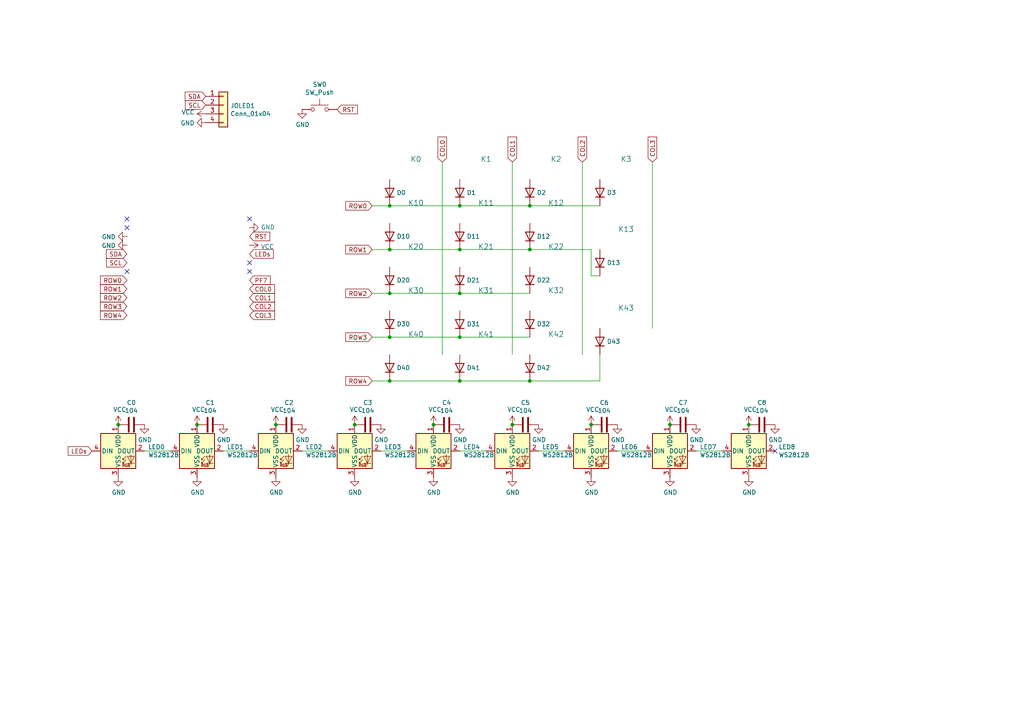
<source format=kicad_sch>
(kicad_sch (version 20231120) (generator "eeschema") (generator_version "8.0")
  (paper "A4")
  (title_block (title "SCEPad") (date "2019-04-28") (rev "2.1") (company "Hunter Melton"))
  (lib_symbols
    (symbol "Connector_Generic:Conn_01x04" (pin_names (offset 1.016) hide)
      (property "Reference" "J" (at 0 5.08 0))
      (property "Value" "Conn_01x04" (at 0 -7.62 0))
      (symbol "Conn_01x04_1_1"
        (rectangle (start -1.27 -4.953) (end 0 -5.207) (stroke (width 0.1524)))
        (rectangle (start -1.27 -2.413) (end 0 -2.667) (stroke (width 0.1524)))
        (rectangle (start -1.27 0.127) (end 0 -0.127) (stroke (width 0.1524)))
        (rectangle (start -1.27 2.667) (end 0 2.413) (stroke (width 0.1524)))
        (rectangle (start -1.27 3.81) (end 1.27 -6.35) (stroke (width 0.254)) (fill (type background)))
        (pin passive line (at -5.08 2.54 0) (length 3.81) (name "Pin_1") (number "1"))
        (pin passive line (at -5.08 0 0) (length 3.81) (name "Pin_2") (number "2"))
        (pin passive line (at -5.08 -2.54 0) (length 3.81) (name "Pin_3") (number "3"))
        (pin passive line (at -5.08 -5.08 0) (length 3.81) (name "Pin_4") (number "4"))
      )
    )
    (symbol "Device:C" (pin_numbers hide) (pin_names (offset 0.254))
      (property "Reference" "C" (at 0.635 2.54 0))
      (property "Value" "C" (at 0.635 -2.54 0))
      (symbol "C_0_1"
        (polyline (pts (xy -2.032 -0.762) (xy 2.032 -0.762)) (stroke (width 0.508)))
        (polyline (pts (xy -2.032 0.762) (xy 2.032 0.762)) (stroke (width 0.508)))
      )
      (symbol "C_1_1"
        (pin passive line (at 0 3.81 270) (length 2.794) (name "~") (number "1"))
        (pin passive line (at 0 -3.81 90) (length 2.794) (name "~") (number "2"))
      )
    )
    (symbol "Device:D" (pin_numbers hide) (pin_names (offset 1.016) hide)
      (property "Reference" "D" (at 0 2.54 0))
      (property "Value" "D" (at 0 -2.54 0))
      (symbol "D_0_1"
        (polyline (pts (xy -1.27 1.27) (xy -1.27 -1.27)) (stroke (width 0.254)))
        (polyline (pts (xy 1.27 0) (xy -1.27 0)))
        (polyline (pts (xy 1.27 1.27) (xy 1.27 -1.27) (xy -1.27 0) (xy 1.27 1.27)) (stroke (width 0.254)))
      )
      (symbol "D_1_1"
        (pin passive line (at -3.81 0 0) (length 2.54) (name "K") (number "1"))
        (pin passive line (at 3.81 0 180) (length 2.54) (name "A") (number "2"))
      )
    )
    (symbol "LED:WS2812B" (pin_names (offset 0.254))
      (property "Reference" "D" (at 5.08 5.715 0))
      (property "Value" "WS2812B" (at 1.27 -5.715 0))
      (symbol "WS2812B_0_0"
        (text "RGB" (at 2.286 -4.191 0) (effects (font (size 0.762 0.762))))
      )
      (symbol "WS2812B_0_1"
        (polyline (pts (xy 1.27 -3.556) (xy 1.778 -3.556)))
        (polyline (pts (xy 1.27 -2.54) (xy 1.778 -2.54)))
        (polyline (pts (xy 4.699 -3.556) (xy 2.667 -3.556)))
        (polyline (pts (xy 2.286 -2.54) (xy 1.27 -3.556) (xy 1.27 -3.048)))
        (polyline (pts (xy 2.286 -1.524) (xy 1.27 -2.54) (xy 1.27 -2.032)))
        (polyline (pts (xy 3.683 -1.016) (xy 3.683 -3.556) (xy 3.683 -4.064)))
        (polyline (pts (xy 4.699 -1.524) (xy 2.667 -1.524) (xy 3.683 -3.556) (xy 4.699 -1.524)))
        (rectangle (start 5.08 5.08) (end -5.08 -5.08) (stroke (width 0.254)) (fill (type background)))
      )
      (symbol "WS2812B_1_1"
        (pin power_in line (at 0 7.62 270) (length 2.54) (name "VDD") (number "1"))
        (pin output line (at 7.62 0 180) (length 2.54) (name "DOUT") (number "2"))
        (pin power_in line (at 0 -7.62 90) (length 2.54) (name "VSS") (number "3"))
        (pin input line (at -7.62 0 0) (length 2.54) (name "DIN") (number "4"))
      )
    )
    (symbol "Switch:SW_Push" (pin_numbers hide) (pin_names (offset 1.016) hide)
      (property "Reference" "SW" (at 1.27 2.54 0))
      (property "Value" "SW_Push" (at 0 -1.524 0))
      (symbol "SW_Push_0_1"
        (circle (center -2.032 0) (radius 0.508))
        (polyline (pts (xy 0 1.27) (xy 0 3.048)))
        (polyline (pts (xy 2.54 1.27) (xy -2.54 1.27)))
        (circle (center 2.032 0) (radius 0.508))
        (pin passive line (at -5.08 0 0) (length 2.54) (name "1") (number "1"))
        (pin passive line (at 5.08 0 180) (length 2.54) (name "2") (number "2"))
      )
    )
    (symbol "power:GND" (power) (pin_numbers hide) (pin_names (offset 0) hide)
      (property "Value" "GND" (at 0 -3.81 0))
      (symbol "GND_0_1"
        (polyline (pts (xy 0 0) (xy 0 -1.27) (xy 1.27 -1.27) (xy 0 -2.54) (xy -1.27 -1.27) (xy 0 -1.27)))
      )
      (symbol "GND_1_1"
        (pin power_in line (at 0 0 270) (length 0) (name "~") (number "1"))
      )
    )
    (symbol "power:VCC" (power) (pin_numbers hide) (pin_names (offset 0) hide)
      (property "Value" "VCC" (at 0 3.556 0))
      (symbol "VCC_0_1"
        (polyline (pts (xy -0.762 1.27) (xy 0 2.54)))
        (polyline (pts (xy 0 0) (xy 0 2.54)))
        (polyline (pts (xy 0 2.54) (xy 0.762 1.27)))
      )
      (symbol "VCC_1_1"
        (pin power_in line (at 0 0 90) (length 0) (name "~") (number "1"))
      )
    )
  )
  (junction (at 80.01 123.19))
  (junction (at 113.03 72.39))
  (junction (at 113.03 85.09))
  (junction (at 113.03 59.69))
  (junction (at 133.35 97.79))
  (junction (at 153.67 59.69))
  (junction (at 133.35 85.09))
  (junction (at 153.67 72.39))
  (junction (at 153.67 110.49))
  (junction (at 133.35 72.39))
  (junction (at 125.73 123.19))
  (junction (at 194.31 123.19))
  (junction (at 217.17 123.19))
  (junction (at 34.29 123.19))
  (junction (at 171.45 123.19))
  (junction (at 148.59 123.19))
  (junction (at 57.15 123.19))
  (junction (at 133.35 110.49))
  (junction (at 113.03 97.79))
  (junction (at 113.03 110.49))
  (junction (at 102.87 123.19))
  (junction (at 133.35 59.69))
  (no_connect (at 72.39 78.74))
  (no_connect (at 36.83 78.74))
  (no_connect (at 224.79 130.81))
  (no_connect (at 72.39 76.2))
  (no_connect (at 36.83 63.5))
  (no_connect (at 72.39 63.5))
  (no_connect (at 36.83 66.04))
  (wire (pts (xy 168.91 46.99) (xy 168.91 102.87)))
  (wire (pts (xy 133.35 97.79) (xy 153.67 97.79)))
  (wire (pts (xy 107.95 85.09) (xy 113.03 85.09)))
  (wire (pts (xy 87.63 130.81) (xy 95.25 130.81)))
  (wire (pts (xy 133.35 85.09) (xy 153.67 85.09)))
  (wire (pts (xy 153.67 59.69) (xy 173.99 59.69)))
  (wire (pts (xy 179.07 130.81) (xy 186.69 130.81)))
  (wire (pts (xy 133.35 72.39) (xy 153.67 72.39)))
  (wire (pts (xy 113.03 59.69) (xy 133.35 59.69)))
  (wire (pts (xy 171.45 72.39) (xy 171.45 80.01)))
  (wire (pts (xy 171.45 80.01) (xy 173.99 80.01)))
  (wire (pts (xy 201.93 130.81) (xy 209.55 130.81)))
  (wire (pts (xy 110.49 130.81) (xy 118.11 130.81)))
  (wire (pts (xy 107.95 72.39) (xy 113.03 72.39)))
  (wire (pts (xy 113.03 110.49) (xy 133.35 110.49)))
  (wire (pts (xy 113.03 97.79) (xy 133.35 97.79)))
  (wire (pts (xy 107.95 110.49) (xy 113.03 110.49)))
  (wire (pts (xy 133.35 59.69) (xy 153.67 59.69)))
  (wire (pts (xy 148.59 46.99) (xy 148.59 102.87)))
  (wire (pts (xy 133.35 110.49) (xy 153.67 110.49)))
  (wire (pts (xy 189.23 46.99) (xy 189.23 95.25)))
  (wire (pts (xy 113.03 72.39) (xy 133.35 72.39)))
  (wire (pts (xy 153.67 110.49) (xy 173.99 110.49)))
  (wire (pts (xy 156.21 130.81) (xy 163.83 130.81)))
  (wire (pts (xy 153.67 72.39) (xy 171.45 72.39)))
  (wire (pts (xy 173.99 110.49) (xy 173.99 102.87)))
  (wire (pts (xy 133.35 130.81) (xy 140.97 130.81)))
  (wire (pts (xy 41.91 130.81) (xy 49.53 130.81)))
  (wire (pts (xy 128.27 46.99) (xy 128.27 102.87)))
  (wire (pts (xy 107.95 59.69) (xy 113.03 59.69)))
  (wire (pts (xy 113.03 85.09) (xy 133.35 85.09)))
  (wire (pts (xy 107.95 97.79) (xy 113.03 97.79)))
  (wire (pts (xy 64.77 130.81) (xy 72.39 130.81)))
  (global_label "COL0" (shape input) (at 128.27 46.99 90) (property "Intersheetrefs" "${INTERSHEET_REFS}" (effects (hide yes))))
  (global_label "ROW0" (shape input) (at 107.95 59.69 180) (property "Intersheetrefs" "${INTERSHEET_REFS}" (effects (hide yes))))
  (global_label "ROW2" (shape input) (at 107.95 85.09 180) (property "Intersheetrefs" "${INTERSHEET_REFS}" (effects (hide yes))))
  (global_label "ROW3" (shape input) (at 36.83 88.9 180) (property "Intersheetrefs" "${INTERSHEET_REFS}" (effects (hide yes))))
  (global_label "ROW4" (shape input) (at 36.83 91.44 180) (property "Intersheetrefs" "${INTERSHEET_REFS}" (effects (hide yes))))
  (global_label "SDA" (shape input) (at 36.83 73.66 180) (property "Intersheetrefs" "${INTERSHEET_REFS}" (effects (hide yes))))
  (global_label "RST" (shape input) (at 72.39 68.58 0) (property "Intersheetrefs" "${INTERSHEET_REFS}" (effects (hide yes))))
  (global_label "LEDs" (shape input) (at 26.67 130.81 180) (property "Intersheetrefs" "${INTERSHEET_REFS}" (effects (hide yes))))
  (global_label "COL2" (shape input) (at 72.39 88.9 0) (property "Intersheetrefs" "${INTERSHEET_REFS}" (effects (hide yes))))
  (global_label "SCL" (shape input) (at 36.83 76.2 180) (property "Intersheetrefs" "${INTERSHEET_REFS}" (effects (hide yes))))
  (global_label "COL3" (shape input) (at 189.23 46.99 90) (property "Intersheetrefs" "${INTERSHEET_REFS}" (effects (hide yes))))
  (global_label "ROW0" (shape input) (at 36.83 81.28 180) (property "Intersheetrefs" "${INTERSHEET_REFS}" (effects (hide yes))))
  (global_label "COL1" (shape input) (at 72.39 86.36 0) (property "Intersheetrefs" "${INTERSHEET_REFS}" (effects (hide yes))))
  (global_label "SDA" (shape input) (at 59.69 27.94 180) (property "Intersheetrefs" "${INTERSHEET_REFS}" (effects (hide yes))))
  (global_label "ROW1" (shape input) (at 107.95 72.39 180) (property "Intersheetrefs" "${INTERSHEET_REFS}" (effects (hide yes))))
  (global_label "PF7" (shape input) (at 72.39 81.28 0) (property "Intersheetrefs" "${INTERSHEET_REFS}" (effects (hide yes))))
  (global_label "ROW1" (shape input) (at 36.83 83.82 180) (property "Intersheetrefs" "${INTERSHEET_REFS}" (effects (hide yes))))
  (global_label "ROW4" (shape input) (at 107.95 110.49 180) (property "Intersheetrefs" "${INTERSHEET_REFS}" (effects (hide yes))))
  (global_label "ROW2" (shape input) (at 36.83 86.36 180) (property "Intersheetrefs" "${INTERSHEET_REFS}" (effects (hide yes))))
  (global_label "LEDs" (shape input) (at 72.39 73.66 0) (property "Intersheetrefs" "${INTERSHEET_REFS}" (effects (hide yes))))
  (global_label "COL2" (shape input) (at 168.91 46.99 90) (property "Intersheetrefs" "${INTERSHEET_REFS}" (effects (hide yes))))
  (global_label "COL0" (shape input) (at 72.39 83.82 0) (property "Intersheetrefs" "${INTERSHEET_REFS}" (effects (hide yes))))
  (global_label "RST" (shape input) (at 97.79 31.75 0) (property "Intersheetrefs" "${INTERSHEET_REFS}" (effects (hide yes))))
  (global_label "COL3" (shape input) (at 72.39 91.44 0) (property "Intersheetrefs" "${INTERSHEET_REFS}" (effects (hide yes))))
  (global_label "COL1" (shape input) (at 148.59 46.99 90) (property "Intersheetrefs" "${INTERSHEET_REFS}" (effects (hide yes))))
  (global_label "SCL" (shape input) (at 59.69 30.48 180) (property "Intersheetrefs" "${INTERSHEET_REFS}" (effects (hide yes))))
  (global_label "ROW3" (shape input) (at 107.95 97.79 180) (property "Intersheetrefs" "${INTERSHEET_REFS}" (effects (hide yes))))
  (symbol (lib_id "yampad_v2-rescue:ProMicro-keebio") (at 54.61 77.47 0) (unit 1)
    (property "Reference" "U0" (at 54.61 56.2102 0) (effects (font (size 1.524 1.524))))
    (property "Value" "ProMicro" (at 54.61 58.9026 0) (effects (font (size 1.524 1.524))))
    (property "Footprint" "Keebio-Parts:ArduinoProMicro" (effects (hide yes)))
  )
  (symbol (lib_id "yampad_v2-rescue:KEYSW-canadian_parts") (at 120.65 52.07 0) (unit 1)
    (property "Reference" "K0" (at 120.65 46.1518 0) (effects (font (size 1.524 1.524))))
    (property "Value" "KEYSW" (effects (hide yes)))
    (property "Footprint" "kailh-pcb-sockets:Kailh-PCB-Socket-1U-Cutout" (effects (hide yes)))
  )
  (symbol (lib_id "Device:D") (at 113.03 55.88 90) (unit 1)
    (property "Reference" "D0" (at 115.0366 55.88 90) (effects (justify right)))
    (property "Value" "D" (effects (hide yes)))
    (property "Footprint" "canadian_footprints:D_SOD123_axial-dual" (effects (hide yes)))
  )
  (symbol (lib_id "yampad_v2-rescue:KEYSW-canadian_parts") (at 140.97 52.07 0) (unit 1)
    (property "Reference" "K1" (at 140.97 46.1518 0) (effects (font (size 1.524 1.524))))
    (property "Value" "KEYSW" (effects (hide yes)))
    (property "Footprint" "kailh-pcb-sockets:Kailh-PCB-Socket-1U-Cutout" (effects (hide yes)))
  )
  (symbol (lib_id "Device:D") (at 133.35 55.88 90) (unit 1)
    (property "Reference" "D1" (at 135.3566 55.88 90) (effects (justify right)))
    (property "Value" "D" (effects (hide yes)))
    (property "Footprint" "canadian_footprints:D_SOD123_axial-dual" (effects (hide yes)))
  )
  (symbol (lib_id "yampad_v2-rescue:KEYSW-canadian_parts") (at 161.29 52.07 0) (unit 1)
    (property "Reference" "K2" (at 161.29 46.1518 0) (effects (font (size 1.524 1.524))))
    (property "Value" "KEYSW" (effects (hide yes)))
    (property "Footprint" "kailh-pcb-sockets:Kailh-PCB-Socket-1U-Cutout" (effects (hide yes)))
  )
  (symbol (lib_id "Device:D") (at 153.67 55.88 90) (unit 1)
    (property "Reference" "D2" (at 155.6766 55.88 90) (effects (justify right)))
    (property "Value" "D" (effects (hide yes)))
    (property "Footprint" "canadian_footprints:D_SOD123_axial-dual" (effects (hide yes)))
  )
  (symbol (lib_id "yampad_v2-rescue:KEYSW-canadian_parts") (at 181.61 52.07 0) (unit 1)
    (property "Reference" "K3" (at 181.61 46.1518 0) (effects (font (size 1.524 1.524))))
    (property "Value" "KEYSW" (effects (hide yes)))
    (property "Footprint" "kailh-pcb-sockets:Kailh-PCB-Socket-1U-Cutout" (effects (hide yes)))
  )
  (symbol (lib_id "Device:D") (at 173.99 55.88 90) (unit 1)
    (property "Reference" "D3" (at 175.9966 55.88 90) (effects (justify right)))
    (property "Value" "D" (effects (hide yes)))
    (property "Footprint" "canadian_footprints:D_SOD123_axial-dual" (effects (hide yes)))
  )
  (symbol (lib_id "yampad_v2-rescue:KEYSW-canadian_parts") (at 120.65 64.77 0) (unit 1)
    (property "Reference" "K10" (at 120.65 58.8518 0) (effects (font (size 1.524 1.524))))
    (property "Value" "KEYSW" (effects (hide yes)))
    (property "Footprint" "kailh-pcb-sockets:Kailh-PCB-Socket-1U-Cutout" (effects (hide yes)))
  )
  (symbol (lib_id "Device:D") (at 113.03 68.58 90) (unit 1)
    (property "Reference" "D10" (at 115.0366 68.58 90) (effects (justify right)))
    (property "Value" "D" (effects (hide yes)))
    (property "Footprint" "canadian_footprints:D_SOD123_axial-dual" (effects (hide yes)))
  )
  (symbol (lib_id "yampad_v2-rescue:KEYSW-canadian_parts") (at 140.97 64.77 0) (unit 1)
    (property "Reference" "K11" (at 140.97 58.8518 0) (effects (font (size 1.524 1.524))))
    (property "Value" "KEYSW" (effects (hide yes)))
    (property "Footprint" "kailh-pcb-sockets:Kailh-PCB-Socket-1U-Cutout" (effects (hide yes)))
  )
  (symbol (lib_id "Device:D") (at 133.35 68.58 90) (unit 1)
    (property "Reference" "D11" (at 135.3566 68.58 90) (effects (justify right)))
    (property "Value" "D" (effects (hide yes)))
    (property "Footprint" "canadian_footprints:D_SOD123_axial-dual" (effects (hide yes)))
  )
  (symbol (lib_id "yampad_v2-rescue:KEYSW-canadian_parts") (at 161.29 64.77 0) (unit 1)
    (property "Reference" "K12" (at 161.29 58.8518 0) (effects (font (size 1.524 1.524))))
    (property "Value" "KEYSW" (effects (hide yes)))
    (property "Footprint" "kailh-pcb-sockets:Kailh-PCB-Socket-1U-Cutout" (effects (hide yes)))
  )
  (symbol (lib_id "Device:D") (at 153.67 68.58 90) (unit 1)
    (property "Reference" "D12" (at 155.6766 68.58 90) (effects (justify right)))
    (property "Value" "D" (effects (hide yes)))
    (property "Footprint" "canadian_footprints:D_SOD123_axial-dual" (effects (hide yes)))
  )
  (symbol (lib_id "yampad_v2-rescue:KEYSW-canadian_parts") (at 181.61 72.39 0) (unit 1)
    (property "Reference" "K13" (at 181.61 66.4718 0) (effects (font (size 1.524 1.524))))
    (property "Value" "KEYSW" (effects (hide yes)))
    (property "Footprint" "kailh-pcb-sockets:Kailh-PCB-Socket-1U-Cutout" (effects (hide yes)))
  )
  (symbol (lib_id "Device:D") (at 173.99 76.2 90) (unit 1)
    (property "Reference" "D13" (at 175.9966 76.2 90) (effects (justify right)))
    (property "Value" "D" (effects (hide yes)))
    (property "Footprint" "canadian_footprints:D_SOD123_axial-dual" (effects (hide yes)))
  )
  (symbol (lib_id "yampad_v2-rescue:KEYSW-canadian_parts") (at 120.65 77.47 0) (unit 1)
    (property "Reference" "K20" (at 120.65 71.5518 0) (effects (font (size 1.524 1.524))))
    (property "Value" "KEYSW" (effects (hide yes)))
    (property "Footprint" "kailh-pcb-sockets:Kailh-PCB-Socket-1U-Cutout" (effects (hide yes)))
  )
  (symbol (lib_id "Device:D") (at 113.03 81.28 90) (unit 1)
    (property "Reference" "D20" (at 115.0366 81.28 90) (effects (justify right)))
    (property "Value" "D" (effects (hide yes)))
    (property "Footprint" "canadian_footprints:D_SOD123_axial-dual" (effects (hide yes)))
  )
  (symbol (lib_id "yampad_v2-rescue:KEYSW-canadian_parts") (at 140.97 77.47 0) (unit 1)
    (property "Reference" "K21" (at 140.97 71.5518 0) (effects (font (size 1.524 1.524))))
    (property "Value" "KEYSW" (effects (hide yes)))
    (property "Footprint" "kailh-pcb-sockets:Kailh-PCB-Socket-1U-Cutout" (effects (hide yes)))
  )
  (symbol (lib_id "Device:D") (at 133.35 81.28 90) (unit 1)
    (property "Reference" "D21" (at 135.3566 81.28 90) (effects (justify right)))
    (property "Value" "D" (effects (hide yes)))
    (property "Footprint" "canadian_footprints:D_SOD123_axial-dual" (effects (hide yes)))
  )
  (symbol (lib_id "yampad_v2-rescue:KEYSW-canadian_parts") (at 161.29 77.47 0) (unit 1)
    (property "Reference" "K22" (at 161.29 71.5518 0) (effects (font (size 1.524 1.524))))
    (property "Value" "KEYSW" (effects (hide yes)))
    (property "Footprint" "kailh-pcb-sockets:Kailh-PCB-Socket-1U-Cutout" (effects (hide yes)))
  )
  (symbol (lib_id "Device:D") (at 153.67 81.28 90) (unit 1)
    (property "Reference" "D22" (at 155.6766 81.28 90) (effects (justify right)))
    (property "Value" "D" (effects (hide yes)))
    (property "Footprint" "canadian_footprints:D_SOD123_axial-dual" (effects (hide yes)))
  )
  (symbol (lib_id "yampad_v2-rescue:KEYSW-canadian_parts") (at 120.65 90.17 0) (unit 1)
    (property "Reference" "K30" (at 120.65 84.2518 0) (effects (font (size 1.524 1.524))))
    (property "Value" "KEYSW" (effects (hide yes)))
    (property "Footprint" "kailh-pcb-sockets:Kailh-PCB-Socket-1U-Cutout" (effects (hide yes)))
  )
  (symbol (lib_id "Device:D") (at 113.03 93.98 90) (unit 1)
    (property "Reference" "D30" (at 115.0366 93.98 90) (effects (justify right)))
    (property "Value" "D" (effects (hide yes)))
    (property "Footprint" "canadian_footprints:D_SOD123_axial-dual" (effects (hide yes)))
  )
  (symbol (lib_id "yampad_v2-rescue:KEYSW-canadian_parts") (at 140.97 90.17 0) (unit 1)
    (property "Reference" "K31" (at 140.97 84.2518 0) (effects (font (size 1.524 1.524))))
    (property "Value" "KEYSW" (effects (hide yes)))
    (property "Footprint" "kailh-pcb-sockets:Kailh-PCB-Socket-1U-Cutout" (effects (hide yes)))
  )
  (symbol (lib_id "Device:D") (at 133.35 93.98 90) (unit 1)
    (property "Reference" "D31" (at 135.3566 93.98 90) (effects (justify right)))
    (property "Value" "D" (effects (hide yes)))
    (property "Footprint" "canadian_footprints:D_SOD123_axial-dual" (effects (hide yes)))
  )
  (symbol (lib_id "yampad_v2-rescue:KEYSW-canadian_parts") (at 161.29 90.17 0) (unit 1)
    (property "Reference" "K32" (at 161.29 84.2518 0) (effects (font (size 1.524 1.524))))
    (property "Value" "KEYSW" (effects (hide yes)))
    (property "Footprint" "kailh-pcb-sockets:Kailh-PCB-Socket-1U-Cutout" (effects (hide yes)))
  )
  (symbol (lib_id "Device:D") (at 153.67 93.98 90) (unit 1)
    (property "Reference" "D32" (at 155.6766 93.98 90) (effects (justify right)))
    (property "Value" "D" (effects (hide yes)))
    (property "Footprint" "canadian_footprints:D_SOD123_axial-dual" (effects (hide yes)))
  )
  (symbol (lib_id "yampad_v2-rescue:KEYSW-canadian_parts") (at 120.65 102.87 0) (unit 1)
    (property "Reference" "K40" (at 120.65 96.9518 0) (effects (font (size 1.524 1.524))))
    (property "Value" "KEYSW" (effects (hide yes)))
    (property "Footprint" "kailh-pcb-sockets:Kailh-PCB-Socket-1U-Cutout" (effects (hide yes)))
  )
  (symbol (lib_id "Device:D") (at 113.03 106.68 90) (unit 1)
    (property "Reference" "D40" (at 115.0366 106.68 90) (effects (justify right)))
    (property "Value" "D" (effects (hide yes)))
    (property "Footprint" "canadian_footprints:D_SOD123_axial-dual" (effects (hide yes)))
  )
  (symbol (lib_id "yampad_v2-rescue:KEYSW-canadian_parts") (at 140.97 102.87 0) (unit 1)
    (property "Reference" "K41" (at 140.97 96.9518 0) (effects (font (size 1.524 1.524))))
    (property "Value" "KEYSW" (effects (hide yes)))
    (property "Footprint" "kailh-pcb-sockets:Kailh-PCB-Socket-1U-Cutout" (effects (hide yes)))
  )
  (symbol (lib_id "Device:D") (at 133.35 106.68 90) (unit 1)
    (property "Reference" "D41" (at 135.3566 106.68 90) (effects (justify right)))
    (property "Value" "D" (effects (hide yes)))
    (property "Footprint" "canadian_footprints:D_SOD123_axial-dual" (effects (hide yes)))
  )
  (symbol (lib_id "yampad_v2-rescue:KEYSW-canadian_parts") (at 161.29 102.87 0) (unit 1)
    (property "Reference" "K42" (at 161.29 96.9518 0) (effects (font (size 1.524 1.524))))
    (property "Value" "KEYSW" (effects (hide yes)))
    (property "Footprint" "kailh-pcb-sockets:Kailh-PCB-Socket-1U-Cutout" (effects (hide yes)))
  )
  (symbol (lib_id "Device:D") (at 153.67 106.68 90) (unit 1)
    (property "Reference" "D42" (at 155.6766 106.68 90) (effects (justify right)))
    (property "Value" "D" (effects (hide yes)))
    (property "Footprint" "canadian_footprints:D_SOD123_axial-dual" (effects (hide yes)))
  )
  (symbol (lib_id "yampad_v2-rescue:KEYSW-canadian_parts") (at 181.61 95.25 0) (unit 1)
    (property "Reference" "K43" (at 181.61 89.3318 0) (effects (font (size 1.524 1.524))))
    (property "Value" "KEYSW" (effects (hide yes)))
    (property "Footprint" "kailh-pcb-sockets:Kailh-PCB-Socket-1U-Cutout" (effects (hide yes)))
  )
  (symbol (lib_id "Device:D") (at 173.99 99.06 90) (unit 1)
    (property "Reference" "D43" (at 175.9966 99.06 90) (effects (justify right)))
    (property "Value" "D" (effects (hide yes)))
    (property "Footprint" "canadian_footprints:D_SOD123_axial-dual" (effects (hide yes)))
  )
  (symbol (lib_id "LED:WS2812B") (at 34.29 130.81 0) (unit 1)
    (property "Reference" "LED0" (at 42.9514 129.6416 0) (effects (justify left)))
    (property "Value" "WS2812B" (at 42.9514 131.953 0) (effects (justify left)))
    (property "Footprint" "LED_SMD:LED_WS2812B_PLCC4_5.0x5.0mm_P3.2mm" (effects (hide yes)))
    (property "Datasheet" "https://cdn-shop.adafruit.com/datasheets/WS2812B.pdf" (effects (hide yes)))
  )
  (symbol (lib_id "power:VCC") (at 34.29 123.19 0) (unit 1)
    (property "Reference" "#PWR0101" (effects (hide yes)))
    (property "Value" "VCC" (at 34.7218 118.7958 0))
  )
  (symbol (lib_id "power:GND") (at 34.29 138.43 0) (unit 1)
    (property "Reference" "#PWR0102" (effects (hide yes)))
    (property "Value" "GND" (at 34.417 142.8242 0))
  )
  (symbol (lib_id "Device:C") (at 38.1 123.19 270) (unit 1)
    (property "Reference" "C0" (at 38.1 116.7892 90))
    (property "Value" "104" (at 38.1 119.1006 90))
    (property "Footprint" "Capacitor_SMD:C_0805_2012Metric_Pad1.15x1.40mm_HandSolder" (effects (hide yes)))
  )
  (symbol (lib_id "power:GND") (at 41.91 123.19 0) (unit 1)
    (property "Reference" "#PWR0103" (effects (hide yes)))
    (property "Value" "GND" (at 42.037 127.5842 0))
  )
  (symbol (lib_id "LED:WS2812B") (at 57.15 130.81 0) (unit 1)
    (property "Reference" "LED1" (at 65.8114 129.6416 0) (effects (justify left)))
    (property "Value" "WS2812B" (at 65.8114 131.953 0) (effects (justify left)))
    (property "Footprint" "LED_SMD:LED_WS2812B_PLCC4_5.0x5.0mm_P3.2mm" (effects (hide yes)))
    (property "Datasheet" "https://cdn-shop.adafruit.com/datasheets/WS2812B.pdf" (effects (hide yes)))
  )
  (symbol (lib_id "power:VCC") (at 57.15 123.19 0) (unit 1)
    (property "Reference" "#PWR0104" (effects (hide yes)))
    (property "Value" "VCC" (at 57.5818 118.7958 0))
  )
  (symbol (lib_id "power:GND") (at 57.15 138.43 0) (unit 1)
    (property "Reference" "#PWR0105" (effects (hide yes)))
    (property "Value" "GND" (at 57.277 142.8242 0))
  )
  (symbol (lib_id "Device:C") (at 60.96 123.19 270) (unit 1)
    (property "Reference" "C1" (at 60.96 116.7892 90))
    (property "Value" "104" (at 60.96 119.1006 90))
    (property "Footprint" "Capacitor_SMD:C_0805_2012Metric_Pad1.15x1.40mm_HandSolder" (effects (hide yes)))
  )
  (symbol (lib_id "power:GND") (at 64.77 123.19 0) (unit 1)
    (property "Reference" "#PWR0106" (effects (hide yes)))
    (property "Value" "GND" (at 64.897 127.5842 0))
  )
  (symbol (lib_id "LED:WS2812B") (at 80.01 130.81 0) (unit 1)
    (property "Reference" "LED2" (at 88.6714 129.6416 0) (effects (justify left)))
    (property "Value" "WS2812B" (at 88.6714 131.953 0) (effects (justify left)))
    (property "Footprint" "LED_SMD:LED_WS2812B_PLCC4_5.0x5.0mm_P3.2mm" (effects (hide yes)))
    (property "Datasheet" "https://cdn-shop.adafruit.com/datasheets/WS2812B.pdf" (effects (hide yes)))
  )
  (symbol (lib_id "power:VCC") (at 80.01 123.19 0) (unit 1)
    (property "Reference" "#PWR0107" (effects (hide yes)))
    (property "Value" "VCC" (at 80.4418 118.7958 0))
  )
  (symbol (lib_id "power:GND") (at 80.01 138.43 0) (unit 1)
    (property "Reference" "#PWR0108" (effects (hide yes)))
    (property "Value" "GND" (at 80.137 142.8242 0))
  )
  (symbol (lib_id "Device:C") (at 83.82 123.19 270) (unit 1)
    (property "Reference" "C2" (at 83.82 116.7892 90))
    (property "Value" "104" (at 83.82 119.1006 90))
    (property "Footprint" "Capacitor_SMD:C_0805_2012Metric_Pad1.15x1.40mm_HandSolder" (effects (hide yes)))
  )
  (symbol (lib_id "power:GND") (at 87.63 123.19 0) (unit 1)
    (property "Reference" "#PWR0109" (effects (hide yes)))
    (property "Value" "GND" (at 87.757 127.5842 0))
  )
  (symbol (lib_id "LED:WS2812B") (at 102.87 130.81 0) (unit 1)
    (property "Reference" "LED3" (at 111.5314 129.6416 0) (effects (justify left)))
    (property "Value" "WS2812B" (at 111.5314 131.953 0) (effects (justify left)))
    (property "Footprint" "LED_SMD:LED_WS2812B_PLCC4_5.0x5.0mm_P3.2mm" (effects (hide yes)))
    (property "Datasheet" "https://cdn-shop.adafruit.com/datasheets/WS2812B.pdf" (effects (hide yes)))
  )
  (symbol (lib_id "power:VCC") (at 102.87 123.19 0) (unit 1)
    (property "Reference" "#PWR0110" (effects (hide yes)))
    (property "Value" "VCC" (at 103.3018 118.7958 0))
  )
  (symbol (lib_id "power:GND") (at 102.87 138.43 0) (unit 1)
    (property "Reference" "#PWR0111" (effects (hide yes)))
    (property "Value" "GND" (at 102.997 142.8242 0))
  )
  (symbol (lib_id "Device:C") (at 106.68 123.19 270) (unit 1)
    (property "Reference" "C3" (at 106.68 116.7892 90))
    (property "Value" "104" (at 106.68 119.1006 90))
    (property "Footprint" "Capacitor_SMD:C_0805_2012Metric_Pad1.15x1.40mm_HandSolder" (effects (hide yes)))
  )
  (symbol (lib_id "power:GND") (at 110.49 123.19 0) (unit 1)
    (property "Reference" "#PWR0112" (effects (hide yes)))
    (property "Value" "GND" (at 110.617 127.5842 0))
  )
  (symbol (lib_id "LED:WS2812B") (at 125.73 130.81 0) (unit 1)
    (property "Reference" "LED4" (at 134.3914 129.6416 0) (effects (justify left)))
    (property "Value" "WS2812B" (at 134.3914 131.953 0) (effects (justify left)))
    (property "Footprint" "LED_SMD:LED_WS2812B_PLCC4_5.0x5.0mm_P3.2mm" (effects (hide yes)))
    (property "Datasheet" "https://cdn-shop.adafruit.com/datasheets/WS2812B.pdf" (effects (hide yes)))
  )
  (symbol (lib_id "power:VCC") (at 125.73 123.19 0) (unit 1)
    (property "Reference" "#PWR0113" (effects (hide yes)))
    (property "Value" "VCC" (at 126.1618 118.7958 0))
  )
  (symbol (lib_id "power:GND") (at 125.73 138.43 0) (unit 1)
    (property "Reference" "#PWR0114" (effects (hide yes)))
    (property "Value" "GND" (at 125.857 142.8242 0))
  )
  (symbol (lib_id "Device:C") (at 129.54 123.19 270) (unit 1)
    (property "Reference" "C4" (at 129.54 116.7892 90))
    (property "Value" "104" (at 129.54 119.1006 90))
    (property "Footprint" "Capacitor_SMD:C_0805_2012Metric_Pad1.15x1.40mm_HandSolder" (effects (hide yes)))
  )
  (symbol (lib_id "power:GND") (at 133.35 123.19 0) (unit 1)
    (property "Reference" "#PWR0115" (effects (hide yes)))
    (property "Value" "GND" (at 133.477 127.5842 0))
  )
  (symbol (lib_id "LED:WS2812B") (at 148.59 130.81 0) (unit 1)
    (property "Reference" "LED5" (at 157.2514 129.6416 0) (effects (justify left)))
    (property "Value" "WS2812B" (at 157.2514 131.953 0) (effects (justify left)))
    (property "Footprint" "LED_SMD:LED_WS2812B_PLCC4_5.0x5.0mm_P3.2mm" (effects (hide yes)))
    (property "Datasheet" "https://cdn-shop.adafruit.com/datasheets/WS2812B.pdf" (effects (hide yes)))
  )
  (symbol (lib_id "power:VCC") (at 148.59 123.19 0) (unit 1)
    (property "Reference" "#PWR0116" (effects (hide yes)))
    (property "Value" "VCC" (at 149.0218 118.7958 0))
  )
  (symbol (lib_id "power:GND") (at 148.59 138.43 0) (unit 1)
    (property "Reference" "#PWR0117" (effects (hide yes)))
    (property "Value" "GND" (at 148.717 142.8242 0))
  )
  (symbol (lib_id "Device:C") (at 152.4 123.19 270) (unit 1)
    (property "Reference" "C5" (at 152.4 116.7892 90))
    (property "Value" "104" (at 152.4 119.1006 90))
    (property "Footprint" "Capacitor_SMD:C_0805_2012Metric_Pad1.15x1.40mm_HandSolder" (effects (hide yes)))
  )
  (symbol (lib_id "power:GND") (at 156.21 123.19 0) (unit 1)
    (property "Reference" "#PWR0118" (effects (hide yes)))
    (property "Value" "GND" (at 156.337 127.5842 0))
  )
  (symbol (lib_id "LED:WS2812B") (at 171.45 130.81 0) (unit 1)
    (property "Reference" "LED6" (at 180.1114 129.6416 0) (effects (justify left)))
    (property "Value" "WS2812B" (at 180.1114 131.953 0) (effects (justify left)))
    (property "Footprint" "LED_SMD:LED_WS2812B_PLCC4_5.0x5.0mm_P3.2mm" (effects (hide yes)))
    (property "Datasheet" "https://cdn-shop.adafruit.com/datasheets/WS2812B.pdf" (effects (hide yes)))
  )
  (symbol (lib_id "power:VCC") (at 171.45 123.19 0) (unit 1)
    (property "Reference" "#PWR0119" (effects (hide yes)))
    (property "Value" "VCC" (at 171.8818 118.7958 0))
  )
  (symbol (lib_id "power:GND") (at 171.45 138.43 0) (unit 1)
    (property "Reference" "#PWR0120" (effects (hide yes)))
    (property "Value" "GND" (at 171.577 142.8242 0))
  )
  (symbol (lib_id "Device:C") (at 175.26 123.19 270) (unit 1)
    (property "Reference" "C6" (at 175.26 116.7892 90))
    (property "Value" "104" (at 175.26 119.1006 90))
    (property "Footprint" "Capacitor_SMD:C_0805_2012Metric_Pad1.15x1.40mm_HandSolder" (effects (hide yes)))
  )
  (symbol (lib_id "power:GND") (at 179.07 123.19 0) (unit 1)
    (property "Reference" "#PWR0121" (effects (hide yes)))
    (property "Value" "GND" (at 179.197 127.5842 0))
  )
  (symbol (lib_id "LED:WS2812B") (at 194.31 130.81 0) (unit 1)
    (property "Reference" "LED7" (at 202.9714 129.6416 0) (effects (justify left)))
    (property "Value" "WS2812B" (at 202.9714 131.953 0) (effects (justify left)))
    (property "Footprint" "LED_SMD:LED_WS2812B_PLCC4_5.0x5.0mm_P3.2mm" (effects (hide yes)))
    (property "Datasheet" "https://cdn-shop.adafruit.com/datasheets/WS2812B.pdf" (effects (hide yes)))
  )
  (symbol (lib_id "power:VCC") (at 194.31 123.19 0) (unit 1)
    (property "Reference" "#PWR0122" (effects (hide yes)))
    (property "Value" "VCC" (at 194.7418 118.7958 0))
  )
  (symbol (lib_id "power:GND") (at 194.31 138.43 0) (unit 1)
    (property "Reference" "#PWR0123" (effects (hide yes)))
    (property "Value" "GND" (at 194.437 142.8242 0))
  )
  (symbol (lib_id "Device:C") (at 198.12 123.19 270) (unit 1)
    (property "Reference" "C7" (at 198.12 116.7892 90))
    (property "Value" "104" (at 198.12 119.1006 90))
    (property "Footprint" "Capacitor_SMD:C_0805_2012Metric_Pad1.15x1.40mm_HandSolder" (effects (hide yes)))
  )
  (symbol (lib_id "power:GND") (at 201.93 123.19 0) (unit 1)
    (property "Reference" "#PWR0124" (effects (hide yes)))
    (property "Value" "GND" (at 202.057 127.5842 0))
  )
  (symbol (lib_id "LED:WS2812B") (at 217.17 130.81 0) (unit 1)
    (property "Reference" "LED8" (at 225.8314 129.6416 0) (effects (justify left)))
    (property "Value" "WS2812B" (at 225.8314 131.953 0) (effects (justify left)))
    (property "Footprint" "LED_SMD:LED_WS2812B_PLCC4_5.0x5.0mm_P3.2mm" (effects (hide yes)))
    (property "Datasheet" "https://cdn-shop.adafruit.com/datasheets/WS2812B.pdf" (effects (hide yes)))
  )
  (symbol (lib_id "power:VCC") (at 217.17 123.19 0) (unit 1)
    (property "Reference" "#PWR0125" (effects (hide yes)))
    (property "Value" "VCC" (at 217.6018 118.7958 0))
  )
  (symbol (lib_id "power:GND") (at 217.17 138.43 0) (unit 1)
    (property "Reference" "#PWR0126" (effects (hide yes)))
    (property "Value" "GND" (at 217.297 142.8242 0))
  )
  (symbol (lib_id "Device:C") (at 220.98 123.19 270) (unit 1)
    (property "Reference" "C8" (at 220.98 116.7892 90))
    (property "Value" "104" (at 220.98 119.1006 90))
    (property "Footprint" "Capacitor_SMD:C_0805_2012Metric_Pad1.15x1.40mm_HandSolder" (effects (hide yes)))
  )
  (symbol (lib_id "power:GND") (at 224.79 123.19 0) (unit 1)
    (property "Reference" "#PWR0127" (effects (hide yes)))
    (property "Value" "GND" (at 224.917 127.5842 0))
  )
  (symbol (lib_id "Connector_Generic:Conn_01x04") (at 64.77 30.48 0) (unit 1)
    (property "Reference" "JOLED1" (at 66.802 30.6832 0) (effects (justify left)))
    (property "Value" "Conn_01x04" (at 66.802 32.9946 0) (effects (justify left)))
    (property "Footprint" "Connector_PinHeader_2.54mm:PinHeader_1x04_P2.54mm_Horizontal" (effects (hide yes)))
  )
  (symbol (lib_id "power:VCC") (at 59.69 33.02 90) (unit 1)
    (property "Reference" "#PWR0128" (effects (hide yes)))
    (property "Value" "VCC" (at 56.4642 32.5628 90) (effects (justify left)))
  )
  (symbol (lib_id "power:GND") (at 59.69 35.56 270) (unit 1)
    (property "Reference" "#PWR0129" (effects (hide yes)))
    (property "Value" "GND" (at 56.4388 35.687 90) (effects (justify right)))
  )
  (symbol (lib_id "power:VCC") (at 72.39 71.12 270) (unit 1)
    (property "Reference" "#PWR0130" (effects (hide yes)))
    (property "Value" "VCC" (at 75.6412 71.5518 90) (effects (justify left)))
  )
  (symbol (lib_id "power:GND") (at 72.39 66.04 90) (unit 1)
    (property "Reference" "#PWR0131" (effects (hide yes)))
    (property "Value" "GND" (at 75.6412 65.913 90) (effects (justify right)))
  )
  (symbol (lib_id "Switch:SW_Push") (at 92.71 31.75 0) (unit 1)
    (property "Reference" "SW0" (at 92.71 24.511 0))
    (property "Value" "SW_Push" (at 92.71 26.8224 0))
    (property "Footprint" "Button_Switch_THT:SW_PUSH_6mm" (effects (hide yes)))
  )
  (symbol (lib_id "power:GND") (at 87.63 31.75 0) (unit 1)
    (property "Reference" "#PWR0132" (effects (hide yes)))
    (property "Value" "GND" (at 87.757 36.1442 0))
  )
  (symbol (lib_id "power:GND") (at 36.83 68.58 270) (unit 1)
    (property "Reference" "#PWR0133" (effects (hide yes)))
    (property "Value" "GND" (at 33.5788 68.707 90) (effects (justify right)))
  )
  (symbol (lib_id "power:GND") (at 36.83 71.12 270) (unit 1)
    (property "Reference" "#PWR0134" (effects (hide yes)))
    (property "Value" "GND" (at 33.5788 71.247 90) (effects (justify right)))
  )
)
</source>
